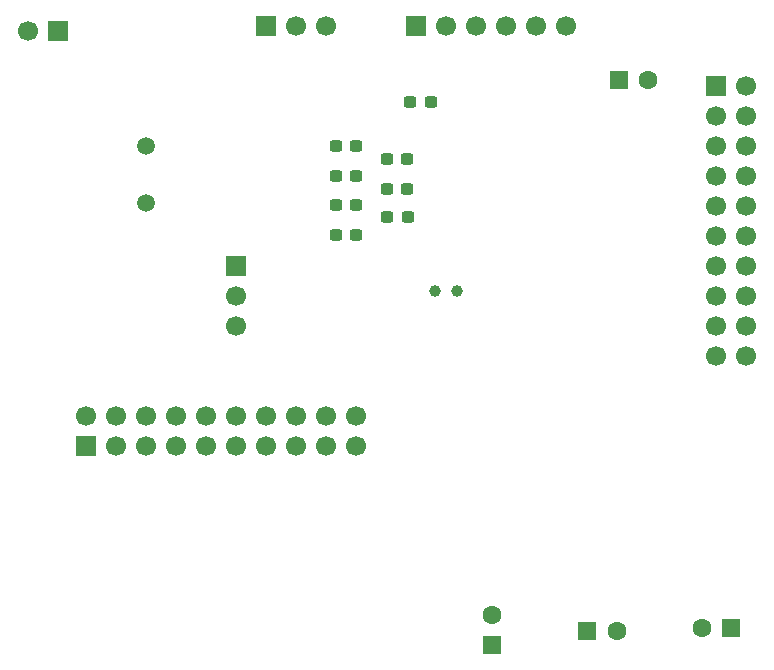
<source format=gbr>
%TF.GenerationSoftware,KiCad,Pcbnew,9.0.4*%
%TF.CreationDate,2025-09-21T18:36:08+05:30*%
%TF.ProjectId,l4_dev_board,6c345f64-6576-45f6-926f-6172642e6b69,rev?*%
%TF.SameCoordinates,Original*%
%TF.FileFunction,Soldermask,Bot*%
%TF.FilePolarity,Negative*%
%FSLAX46Y46*%
G04 Gerber Fmt 4.6, Leading zero omitted, Abs format (unit mm)*
G04 Created by KiCad (PCBNEW 9.0.4) date 2025-09-21 18:36:08*
%MOMM*%
%LPD*%
G01*
G04 APERTURE LIST*
G04 Aperture macros list*
%AMRoundRect*
0 Rectangle with rounded corners*
0 $1 Rounding radius*
0 $2 $3 $4 $5 $6 $7 $8 $9 X,Y pos of 4 corners*
0 Add a 4 corners polygon primitive as box body*
4,1,4,$2,$3,$4,$5,$6,$7,$8,$9,$2,$3,0*
0 Add four circle primitives for the rounded corners*
1,1,$1+$1,$2,$3*
1,1,$1+$1,$4,$5*
1,1,$1+$1,$6,$7*
1,1,$1+$1,$8,$9*
0 Add four rect primitives between the rounded corners*
20,1,$1+$1,$2,$3,$4,$5,0*
20,1,$1+$1,$4,$5,$6,$7,0*
20,1,$1+$1,$6,$7,$8,$9,0*
20,1,$1+$1,$8,$9,$2,$3,0*%
G04 Aperture macros list end*
%ADD10RoundRect,0.250000X0.550000X-0.550000X0.550000X0.550000X-0.550000X0.550000X-0.550000X-0.550000X0*%
%ADD11C,1.600000*%
%ADD12R,1.700000X1.700000*%
%ADD13C,1.700000*%
%ADD14C,1.000000*%
%ADD15RoundRect,0.250000X-0.550000X-0.550000X0.550000X-0.550000X0.550000X0.550000X-0.550000X0.550000X0*%
%ADD16C,1.500000*%
%ADD17RoundRect,0.250000X0.550000X0.550000X-0.550000X0.550000X-0.550000X-0.550000X0.550000X-0.550000X0*%
%ADD18RoundRect,0.237500X0.300000X0.237500X-0.300000X0.237500X-0.300000X-0.237500X0.300000X-0.237500X0*%
%ADD19RoundRect,0.237500X-0.300000X-0.237500X0.300000X-0.237500X0.300000X0.237500X-0.300000X0.237500X0*%
G04 APERTURE END LIST*
D10*
%TO.C,C11*%
X191872415Y-85433311D03*
D11*
X191872415Y-82933311D03*
%TD*%
D12*
%TO.C,J1*%
X185420000Y-33020000D03*
D13*
X187960000Y-33020000D03*
X190500000Y-33020000D03*
X193040000Y-33020000D03*
X195580000Y-33020000D03*
X198120000Y-33020000D03*
%TD*%
D14*
%TO.C,Y4*%
X187010000Y-55460000D03*
X188910000Y-55460000D03*
%TD*%
D15*
%TO.C,C8*%
X202589374Y-37618139D03*
D11*
X205089374Y-37618139D03*
%TD*%
D16*
%TO.C,Y3*%
X162560000Y-48080000D03*
X162560000Y-43180000D03*
%TD*%
D15*
%TO.C,C17*%
X199880677Y-84323293D03*
D11*
X202380677Y-84323293D03*
%TD*%
D12*
%TO.C,J2*%
X155135693Y-33478957D03*
D13*
X152595693Y-33478957D03*
%TD*%
D12*
%TO.C,J11*%
X172720000Y-33020000D03*
D13*
X175260000Y-33020000D03*
X177800000Y-33020000D03*
%TD*%
D12*
%TO.C,J5*%
X210820000Y-38100000D03*
D13*
X213360000Y-38100000D03*
X210820000Y-40640000D03*
X213360000Y-40640000D03*
X210820000Y-43180000D03*
X213360000Y-43180000D03*
X210820000Y-45720000D03*
X213360000Y-45720000D03*
X210820000Y-48260000D03*
X213360000Y-48260000D03*
X210820000Y-50800000D03*
X213360000Y-50800000D03*
X210820000Y-53340000D03*
X213360000Y-53340000D03*
X210820000Y-55880000D03*
X213360000Y-55880000D03*
X210820000Y-58420000D03*
X213360000Y-58420000D03*
X210820000Y-60960000D03*
X213360000Y-60960000D03*
%TD*%
D12*
%TO.C,J4*%
X170180000Y-53340000D03*
D13*
X170180000Y-55880000D03*
X170180000Y-58420000D03*
%TD*%
D17*
%TO.C,C14*%
X212108582Y-84045297D03*
D11*
X209608582Y-84045297D03*
%TD*%
D12*
%TO.C,J3*%
X157480000Y-68580000D03*
D13*
X157480000Y-66040000D03*
X160020000Y-68580000D03*
X160020000Y-66040000D03*
X162560000Y-68580000D03*
X162560000Y-66040000D03*
X165100000Y-68580000D03*
X165100000Y-66040000D03*
X167640000Y-68580000D03*
X167640000Y-66040000D03*
X170180000Y-68580000D03*
X170180000Y-66040000D03*
X172720000Y-68580000D03*
X172720000Y-66040000D03*
X175260000Y-68580000D03*
X175260000Y-66040000D03*
X177800000Y-68580000D03*
X177800000Y-66040000D03*
X180340000Y-68580000D03*
X180340000Y-66040000D03*
%TD*%
D18*
%TO.C,C40*%
X184675576Y-44317422D03*
X182950576Y-44317422D03*
%TD*%
%TO.C,C42*%
X184675576Y-46865346D03*
X182950576Y-46865346D03*
%TD*%
D19*
%TO.C,C9*%
X184915362Y-39522803D03*
X186640362Y-39522803D03*
%TD*%
%TO.C,C48*%
X178615000Y-43210000D03*
X180340000Y-43210000D03*
%TD*%
%TO.C,C45*%
X178615000Y-50740000D03*
X180340000Y-50740000D03*
%TD*%
D18*
%TO.C,C44*%
X184694740Y-49242588D03*
X182969740Y-49242588D03*
%TD*%
D19*
%TO.C,C46*%
X178615000Y-48230000D03*
X180340000Y-48230000D03*
%TD*%
%TO.C,C47*%
X178615000Y-45720000D03*
X180340000Y-45720000D03*
%TD*%
M02*

</source>
